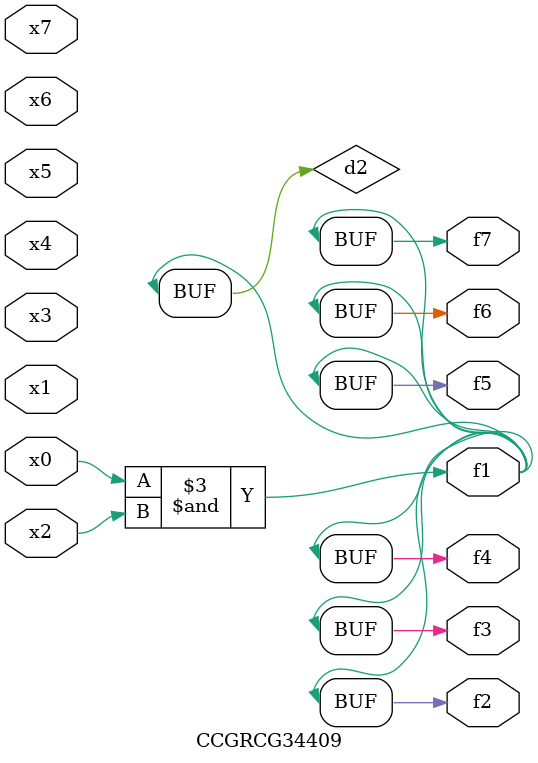
<source format=v>
module CCGRCG34409(
	input x0, x1, x2, x3, x4, x5, x6, x7,
	output f1, f2, f3, f4, f5, f6, f7
);

	wire d1, d2;

	nor (d1, x3, x6);
	and (d2, x0, x2);
	assign f1 = d2;
	assign f2 = d2;
	assign f3 = d2;
	assign f4 = d2;
	assign f5 = d2;
	assign f6 = d2;
	assign f7 = d2;
endmodule

</source>
